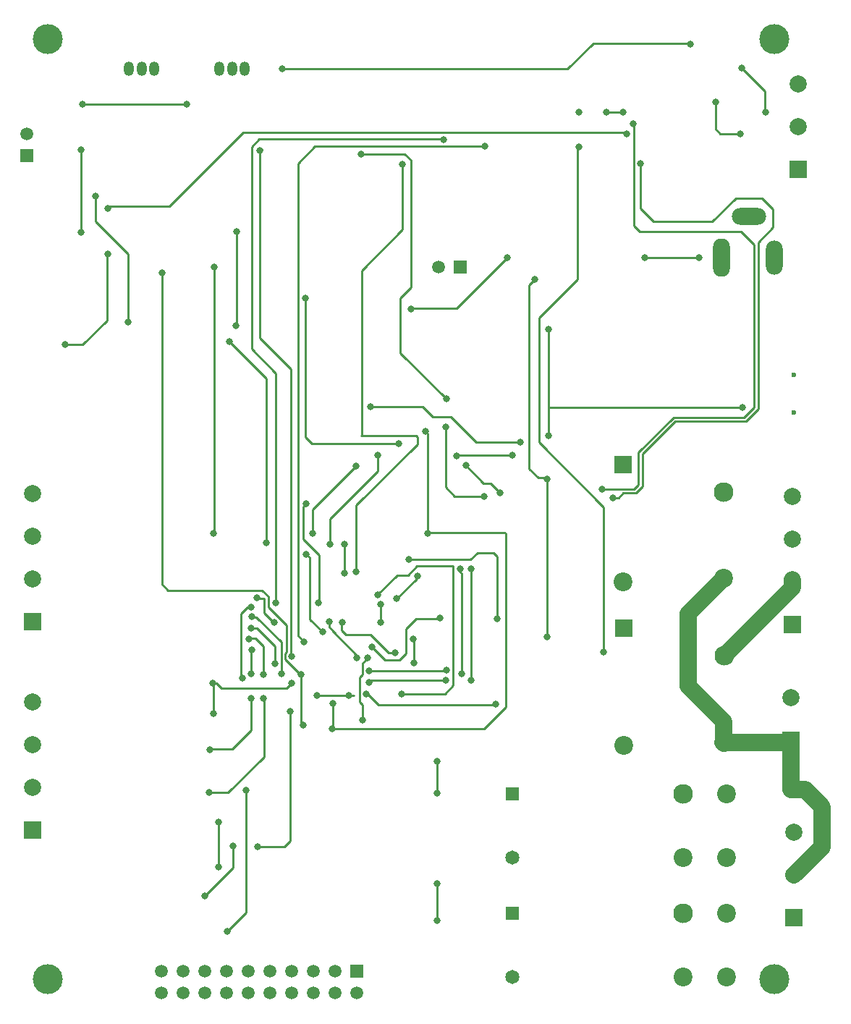
<source format=gbl>
%FSLAX44Y44*%
%MOMM*%
G71*
G01*
G75*
G04 Layer_Physical_Order=2*
G04 Layer_Color=16711680*
%ADD10R,1.4000X1.5000*%
%ADD11O,2.2000X0.6000*%
%ADD12R,1.6000X1.5000*%
%ADD13R,3.3000X1.4000*%
%ADD14R,1.1000X1.5000*%
%ADD15R,1.6000X0.6000*%
%ADD16R,2.3000X2.3000*%
%ADD17R,1.5000X1.4000*%
%ADD18R,1.5000X1.6000*%
%ADD19R,2.5000X2.0000*%
%ADD20R,2.3000X0.5000*%
%ADD21R,1.8000X1.6000*%
%ADD22R,2.4000X3.3000*%
%ADD23R,2.4000X1.0000*%
%ADD24R,1.9000X3.4000*%
%ADD25R,0.6000X1.5000*%
%ADD26O,0.2500X1.5500*%
%ADD27O,1.5500X0.2500*%
%ADD28R,1.5000X0.7000*%
%ADD29R,1.3000X4.5000*%
%ADD30R,2.5000X1.8000*%
%ADD31R,2.3000X2.3000*%
%ADD32R,1.7000X1.1000*%
%ADD33C,0.2540*%
%ADD34C,2.0000*%
%ADD35C,2.3000*%
%ADD36C,1.6500*%
%ADD37C,2.2000*%
%ADD38R,1.6500X1.6500*%
%ADD39R,2.0000X2.0000*%
%ADD40C,0.6000*%
%ADD41O,4.0000X2.0000*%
%ADD42O,2.0000X4.0000*%
%ADD43O,2.0000X4.5000*%
%ADD44C,1.5000*%
%ADD45R,1.5000X1.5000*%
%ADD46O,1.2000X1.7000*%
%ADD47R,1.5000X1.5000*%
%ADD48C,2.0000*%
%ADD49C,3.5000*%
%ADD50C,0.8000*%
D33*
X944118Y996950D02*
Y1068754D01*
X692912Y1462532D02*
Y1491742D01*
Y1462532D02*
X731520Y1423924D01*
Y1344930D02*
Y1423924D01*
X849630Y1321816D02*
Y1322070D01*
Y1321816D02*
X892810Y1278636D01*
Y1086104D02*
Y1278636D01*
X944118Y1068754D02*
X944284Y1068920D01*
X944118Y996950D02*
X959104Y981964D01*
X966978Y987552D02*
X970026Y984504D01*
X966978Y987552D02*
Y993902D01*
X987806Y978916D02*
X1014984D01*
X1126490Y1177036D02*
X1147318Y1156208D01*
X946912Y1097788D02*
Y1125220D01*
X947420Y1125474D02*
X998220Y1176274D01*
X936244Y1128014D02*
X940054Y1131824D01*
X936244Y1090676D02*
Y1128014D01*
Y1090676D02*
X954532Y1072388D01*
Y1017016D02*
Y1072388D01*
X1036320Y957326D02*
X1041146D01*
X1025144Y968502D02*
X1036320Y957326D01*
X1014984Y978916D02*
X1025144Y968756D01*
X1004062Y1540764D02*
X1004570Y1541272D01*
X1049782Y1372870D02*
X1062228Y1385316D01*
X1049782Y1308608D02*
Y1372870D01*
Y1308608D02*
X1103630Y1254760D01*
X1102868Y1151382D02*
Y1221486D01*
Y1151382D02*
X1113282Y1140968D01*
X1147572D01*
X1108710Y1233678D02*
X1138428Y1203960D01*
X1088136Y1233678D02*
X1108710D01*
X1076198Y1245616D02*
X1088136Y1233678D01*
X1014984Y1245616D02*
X1076198D01*
X1138428Y1203960D02*
X1190498D01*
X1096010Y997712D02*
X1096264Y997966D01*
X1004570Y1211326D02*
X1068578D01*
X1004062D02*
X1004570D01*
X997966Y1130046D02*
X1069848Y1201928D01*
X1068578Y1211326D02*
X1069848Y1210056D01*
Y1201928D02*
Y1210056D01*
X1310894Y1590548D02*
X1311148Y1590294D01*
X1288034Y958850D02*
Y1128268D01*
X1257300Y1547876D02*
X1258824Y1549400D01*
X1212596Y1203706D02*
X1288034Y1128268D01*
X1160272Y896874D02*
X1161288Y897890D01*
X1024636Y896874D02*
X1160272D01*
X1011174Y910336D02*
X1024636Y896874D01*
X1005586Y878840D02*
Y896620D01*
X1002030Y900176D02*
X1005586Y896620D01*
X1298702Y1138936D02*
X1305052D01*
X1155192Y1156208D02*
X1166368Y1145032D01*
X1132840Y925830D02*
Y1056132D01*
X1103376Y937006D02*
X1103630D01*
X1102868Y937514D02*
X1103376Y937006D01*
X1102106Y936752D02*
X1102868Y937514D01*
X904240Y1015746D02*
Y1284478D01*
X875792Y1312926D02*
X904240Y1284478D01*
X1100328Y1558544D02*
X1100836Y1558036D01*
X1163320Y998728D02*
Y1070356D01*
X1158748Y1074928D02*
X1163320Y1070356D01*
X1140206Y1074928D02*
X1158748D01*
X1131824Y1066546D02*
X1140206Y1074928D01*
X1059942Y1066546D02*
X1131824D01*
X984758Y1050544D02*
Y1084326D01*
X967486Y1084834D02*
Y1114044D01*
X1023620Y1170178D01*
Y1188720D01*
X1117600Y1188466D02*
X1181354D01*
X1081786Y1098296D02*
X1172210D01*
X1081786D02*
Y1214120D01*
Y1097026D02*
Y1098296D01*
X1172210D02*
X1173734Y1096772D01*
X770878Y1037856D02*
X778002Y1030732D01*
X770878Y1037856D02*
Y1402600D01*
X970682Y869950D02*
Y898758D01*
X831088Y921512D02*
Y922020D01*
X921258Y737616D02*
Y889254D01*
X914654Y731012D02*
X921258Y737616D01*
X883158Y731012D02*
X914654D01*
X853948Y706161D02*
Y731520D01*
X821162Y673374D02*
X853948Y706161D01*
X885444Y1325880D02*
Y1544320D01*
Y1325880D02*
X921766Y1289558D01*
Y952754D02*
Y1289558D01*
X863854Y1003808D02*
X870712Y1010666D01*
X875284D02*
Y1011428D01*
X869188Y653796D02*
Y797052D01*
X847090Y631698D02*
X869188Y653796D01*
X853186Y845058D02*
X875538Y867410D01*
X890524Y835914D02*
Y903478D01*
X827278Y845058D02*
X853186D01*
X826732Y844512D02*
X827278Y845058D01*
X890016Y932688D02*
Y965200D01*
X880364Y974852D02*
X890016Y965200D01*
X837184Y759714D02*
X837438Y759460D01*
Y707390D02*
Y759460D01*
X876046Y974852D02*
X880364D01*
X890016Y903986D02*
X890524Y903478D01*
X875538Y962152D02*
X876046Y962660D01*
X875538Y867410D02*
Y904240D01*
X1336040Y1420368D02*
X1399286D01*
X1223008Y1245110D02*
X1450088D01*
X1223008D02*
Y1336550D01*
X1092776Y644076D02*
Y687900D01*
X1092708Y793496D02*
Y831088D01*
Y793496D02*
X1092962Y793750D01*
X875792Y986536D02*
X881888D01*
X903478Y964946D01*
X1245616Y1640586D02*
X1275842Y1670812D01*
X1389380Y1669796D02*
Y1670812D01*
X677672Y1599344D02*
X799498D01*
X799592Y1599438D01*
X1418590Y1570482D02*
Y1602232D01*
Y1570482D02*
X1423924Y1565148D01*
X1447546D01*
X1448054Y1564640D01*
X676656Y1449578D02*
Y1546098D01*
X678434Y1318006D02*
X706882Y1346454D01*
Y1423924D01*
X707390Y1424432D01*
X657606Y1318006D02*
X678434D01*
X707390Y1477518D02*
X709676Y1479804D01*
X1063244Y1360932D02*
X1115822D01*
X1062228Y1359916D02*
X1063244Y1360932D01*
X1115822D02*
X1175004Y1420114D01*
X1221486Y976122D02*
Y1160526D01*
X1221994Y1161034D01*
X1200658Y1387602D02*
X1207262Y1394206D01*
X858012Y1340358D02*
Y1450848D01*
X857758Y1340104D02*
X858012Y1340358D01*
X831596Y1097534D02*
X832358Y1098296D01*
X1223008Y1211836D02*
Y1245110D01*
Y1211836D02*
X1223518Y1211326D01*
X1065886Y945490D02*
Y973226D01*
X1065276Y973836D02*
X1065886Y973226D01*
X1069340Y1058926D02*
X1111250D01*
X1058926Y1048512D02*
X1069340Y1058926D01*
X1046226Y1048512D02*
X1058926D01*
X1023620Y1025906D02*
X1046226Y1048512D01*
X1023620Y1025398D02*
Y1025906D01*
X1079246Y1216660D02*
X1081786Y1214120D01*
X939038Y1210310D02*
X946658Y1202690D01*
X1047750D01*
X1048004Y1202436D01*
X939038Y1210310D02*
Y1372362D01*
X1147318Y1156208D02*
X1154938D01*
X1126490Y1176782D02*
Y1177036D01*
X885444Y1544320D02*
X885952Y1544828D01*
X887730Y1546606D01*
X933450Y875538D02*
X935990Y872998D01*
X933450Y875538D02*
Y932688D01*
X875538Y932942D02*
Y961136D01*
Y962152D01*
X848576Y793966D02*
X890524Y835914D01*
X826300Y793966D02*
X848576D01*
X903478Y945134D02*
Y964946D01*
X863854Y927862D02*
Y1003808D01*
X870712Y1010666D02*
X875284D01*
X832358Y1098296D02*
Y1408938D01*
X1275842Y1670812D02*
X1389380D01*
X870712Y1010666D02*
X875284D01*
X863854Y927862D02*
Y1003808D01*
X875792Y999236D02*
X881634D01*
X875538Y932942D02*
Y962152D01*
X885444Y1544320D02*
X887730Y1546606D01*
X709676Y1479804D02*
X779272D01*
X865632Y1566164D01*
X1314704D01*
X1328174Y1191975D02*
X1369369Y1233170D01*
X1328174Y1188214D02*
Y1191975D01*
X1286002Y1149096D02*
X1323141D01*
X1305052Y1138936D02*
X1310672Y1144556D01*
X1325728D02*
X1333214Y1152041D01*
X1310672Y1144556D02*
X1325728D01*
X1333214Y1190595D02*
X1371249Y1228630D01*
X1333214Y1152041D02*
Y1190595D01*
X1448808Y1450348D02*
X1463556Y1435600D01*
X1329944Y1450594D02*
X1448308D01*
X1323340Y1457198D02*
X1329944Y1450594D01*
X1323340Y1457198D02*
Y1575562D01*
X1330706Y1527556D02*
X1330960Y1527302D01*
Y1477518D02*
X1346454Y1462024D01*
X1330960Y1477518D02*
Y1527302D01*
X1468596Y1438116D02*
X1486154Y1455674D01*
Y1476502D01*
X1472946Y1489710D02*
X1486154Y1476502D01*
X1346454Y1462024D02*
X1414526D01*
X1442212Y1489710D01*
X1472946D01*
X1212596Y1350010D02*
X1257300Y1394714D01*
Y1547876D01*
X1211072Y1162304D02*
X1222248D01*
X1200658Y1172718D02*
X1211072Y1162304D01*
X1200658Y1172718D02*
Y1387602D01*
X1212596Y1203706D02*
Y1350010D01*
X1101852Y909828D02*
X1111250Y919226D01*
Y1058926D01*
X1119632Y1056132D02*
X1121664D01*
X1121918Y930910D02*
Y1050290D01*
X1118870Y1053338D02*
X1121918Y1050290D01*
X1118870Y1053338D02*
X1121664Y1056132D01*
X1045718Y1021334D02*
X1068832Y1044448D01*
Y1045464D01*
X1069340Y1045972D01*
Y1046480D01*
X1051052Y909828D02*
X1101852D01*
X1026668Y992632D02*
Y1014476D01*
Y992632D02*
X1027684Y993648D01*
X1027938D01*
X1056132Y985520D02*
X1068324Y997712D01*
X1096010D01*
X1056132Y956564D02*
Y985520D01*
X1049020Y949452D02*
X1056132Y956564D01*
X1002030Y928624D02*
X1005586Y932180D01*
Y945388D01*
X1010920Y950722D01*
Y951230D01*
X1015912Y925742D02*
X1103034D01*
X1016762Y964438D02*
X1031748Y949452D01*
X1049020D01*
X1014222Y936752D02*
X1102106D01*
X1002030Y900176D02*
Y928624D01*
X995168Y907542D02*
X995170Y907540D01*
X989838Y907542D02*
X995168D01*
X1290828Y1590294D02*
X1311148D01*
X981456Y983996D02*
Y991870D01*
Y983996D02*
X986536Y978916D01*
X987044D01*
X881634Y999236D02*
X910590Y970280D01*
X916940Y958209D02*
Y990092D01*
X921766Y952754D02*
X922528Y953516D01*
X910590Y933196D02*
X910748Y933354D01*
Y948145D01*
X890778Y1004062D02*
Y1021588D01*
X883158D02*
X890778D01*
X895604Y1011428D02*
X916940Y990092D01*
X895604Y1011428D02*
Y1023366D01*
X888238Y1030732D02*
X895604Y1023366D01*
X778002Y1030732D02*
X888238D01*
X910590Y948303D02*
X910748Y948145D01*
X910590Y948303D02*
Y970280D01*
X915258Y950056D02*
Y956527D01*
X916940Y958209D01*
X915258Y950056D02*
X920750Y944564D01*
X921004Y944372D02*
X932688Y932688D01*
X933450D01*
X930148Y977646D02*
X937514Y970280D01*
X940562Y1072642D02*
X944284Y1068920D01*
X940054Y1072642D02*
X940562D01*
X840740Y916266D02*
X915670D01*
Y916432D01*
Y916266D02*
X916520D01*
X922528Y922274D01*
X831088Y886968D02*
Y921512D01*
X834478Y922528D02*
X840740Y916266D01*
X832104Y922528D02*
X834478D01*
X830072D02*
X831088Y921512D01*
X997966Y1052576D02*
Y1130046D01*
X970280Y984379D02*
X1000087Y953093D01*
X952502Y907540D02*
X995170D01*
X890778Y1004062D02*
X901954Y992886D01*
X902462Y993394D01*
Y993648D01*
X884428Y1558544D02*
X1100328D01*
X875792Y1549908D02*
X884428Y1558544D01*
X875792Y1312926D02*
Y1549908D01*
X1004570Y1211326D02*
Y1405128D01*
X1052322Y1452880D01*
Y1528572D01*
X950214Y1550416D02*
X1148842D01*
X930148Y1530350D02*
X950214Y1550416D01*
X930148Y977646D02*
Y1530350D01*
X1062228Y1385316D02*
Y1533906D01*
X1054862Y1541272D02*
X1062228Y1533906D01*
X1004570Y1541272D02*
X1054862D01*
X911606Y1640586D02*
X1245616D01*
X1449578Y1641602D02*
X1476756Y1614424D01*
Y1590294D02*
Y1614424D01*
X1369369Y1233170D02*
X1452047D01*
X1463556Y1244678D01*
Y1435600D01*
X1371249Y1228630D02*
X1454182D01*
X1468596Y1243044D01*
Y1438116D01*
X1323141Y1149096D02*
X1328166Y1154121D01*
Y1188206D01*
X1328174Y1188214D01*
X970534Y868680D02*
X1148334D01*
X1173734Y894080D01*
Y1096772D01*
D34*
X1386840Y1003063D02*
X1428312Y1044535D01*
X1386840Y918464D02*
Y1003063D01*
Y918464D02*
X1427988Y877316D01*
Y852170D02*
Y852932D01*
X1427226D02*
X1427988D01*
X1510670Y697555D02*
X1543304Y730189D01*
Y777494D01*
X1523492Y797306D02*
X1543304Y777494D01*
X1510792Y797306D02*
X1523492D01*
X1429232Y954534D02*
X1508506Y1033808D01*
Y1040454D01*
Y1043432D01*
X1427988Y852932D02*
Y853034D01*
Y852932D02*
X1429232D01*
X1427988Y853034D02*
Y877316D01*
X1429232Y852932D02*
X1507114D01*
Y797554D02*
Y852932D01*
X1427988D02*
Y877316D01*
Y852932D02*
X1507114D01*
X1508506Y1033808D02*
Y1043432D01*
D35*
X1381178Y792864D02*
D03*
Y653044D02*
D03*
X1428312Y1146035D02*
D03*
X1429232Y954534D02*
D03*
D36*
X1181178Y717865D02*
D03*
Y578044D02*
D03*
D37*
X1431178Y792864D02*
D03*
Y717865D02*
D03*
X1381178D02*
D03*
X1431178Y653044D02*
D03*
Y578044D02*
D03*
X1381178D02*
D03*
X1428312Y1044535D02*
D03*
X1310312Y1041035D02*
D03*
X1429232Y853034D02*
D03*
X1311232Y849534D02*
D03*
D38*
X1181178Y792864D02*
D03*
Y653044D02*
D03*
D39*
X1310312Y1178035D02*
D03*
X1311232Y986534D02*
D03*
X1508892Y990454D02*
D03*
X1510670Y647554D02*
D03*
X619892Y994264D02*
D03*
Y750424D02*
D03*
X1515767Y1523382D02*
D03*
X1507114Y855580D02*
D03*
D40*
X1510033Y1283110D02*
D03*
Y1239110D02*
D03*
D41*
X1457532Y1468368D02*
D03*
D42*
X1487532Y1420368D02*
D03*
D43*
X1425532D02*
D03*
D44*
X770362Y559416D02*
D03*
Y584816D02*
D03*
X795762Y559416D02*
D03*
Y584816D02*
D03*
X821162Y559416D02*
D03*
Y584816D02*
D03*
X846562Y559416D02*
D03*
Y584816D02*
D03*
X871962Y559416D02*
D03*
Y584816D02*
D03*
X897362Y559416D02*
D03*
Y584816D02*
D03*
X922762Y559416D02*
D03*
Y584816D02*
D03*
X948162Y559416D02*
D03*
Y584816D02*
D03*
X973562Y559416D02*
D03*
Y584816D02*
D03*
X998962Y559416D02*
D03*
X612728Y1565148D02*
D03*
X1094232Y1409192D02*
D03*
D45*
X998962Y584816D02*
D03*
X1119632Y1409192D02*
D03*
D46*
X867664Y1640586D02*
D03*
X852932D02*
D03*
X838200D02*
D03*
X732536Y1641094D02*
D03*
X747268D02*
D03*
X762000D02*
D03*
D47*
X612728Y1539748D02*
D03*
D48*
X1508892Y1140454D02*
D03*
Y1090454D02*
D03*
Y1040454D02*
D03*
X1510670Y797554D02*
D03*
Y747554D02*
D03*
Y697555D02*
D03*
X619892Y1144264D02*
D03*
Y1094265D02*
D03*
Y1044264D02*
D03*
Y900424D02*
D03*
Y850424D02*
D03*
Y800424D02*
D03*
X1515767Y1623382D02*
D03*
Y1573382D02*
D03*
X1507114Y905580D02*
D03*
D49*
X637532Y575664D02*
D03*
X1487532D02*
D03*
Y1675664D02*
D03*
X637532D02*
D03*
D50*
X692912Y1491742D02*
D03*
X731520Y1344930D02*
D03*
X849630Y1322070D02*
D03*
X892810Y1086104D02*
D03*
X959104Y981964D02*
D03*
X966978Y993902D02*
D03*
X998728Y951484D02*
D03*
X940054Y1131824D02*
D03*
X954278Y1016254D02*
D03*
X1004062Y1540764D02*
D03*
X1103630Y1254760D02*
D03*
X1102868Y1221486D02*
D03*
X1147572Y1140968D02*
D03*
X1096264Y997966D02*
D03*
X1016762Y964438D02*
D03*
X1043940Y957326D02*
D03*
X1052576Y1528826D02*
D03*
X1310894Y1590548D02*
D03*
X1290828Y1590294D02*
D03*
X1259078D02*
D03*
X1258824Y1549400D02*
D03*
X1288034Y958850D02*
D03*
X1161288Y897890D02*
D03*
X1330960Y1529842D02*
D03*
X1322070Y1576832D02*
D03*
X1314704Y1564894D02*
D03*
X1298702Y1138936D02*
D03*
X1132840Y1056132D02*
D03*
Y925830D02*
D03*
X1103122D02*
D03*
X1012952Y923036D02*
D03*
X1103630Y937006D02*
D03*
X1286002Y1149096D02*
D03*
X1121918Y932942D02*
D03*
X1013206Y936244D02*
D03*
X1148842Y1550416D02*
D03*
X937514Y970280D02*
D03*
X1100836Y1558036D02*
D03*
X1163574Y997458D02*
D03*
X1059942Y1066546D02*
D03*
X1023620Y1188720D02*
D03*
X1115568Y1187958D02*
D03*
X1181354Y1188466D02*
D03*
X952502Y907540D02*
D03*
X770878Y1402600D02*
D03*
X970682Y898758D02*
D03*
X970534Y868680D02*
D03*
X933450Y932688D02*
D03*
X935990Y872998D02*
D03*
X921258Y889254D02*
D03*
X883158Y731012D02*
D03*
X853948Y731520D02*
D03*
X821162Y673374D02*
D03*
X885190Y1545590D02*
D03*
X875792Y999744D02*
D03*
X882396Y1022350D02*
D03*
X875284Y1011428D02*
D03*
X864870Y927862D02*
D03*
X869188Y797052D02*
D03*
X847090Y631698D02*
D03*
X910590Y933196D02*
D03*
X837184Y759714D02*
D03*
X837438Y707390D02*
D03*
X875538Y986536D02*
D03*
X903478Y945134D02*
D03*
X872744Y973836D02*
D03*
X890016Y932688D02*
D03*
Y903986D02*
D03*
X826300Y793966D02*
D03*
X876046Y961136D02*
D03*
X875538Y932942D02*
D03*
Y904240D02*
D03*
X826732Y844512D02*
D03*
X831088Y886968D02*
D03*
X922528Y922528D02*
D03*
X830072D02*
D03*
X1399286Y1420368D02*
D03*
X1336040D02*
D03*
X1450088Y1245110D02*
D03*
X1223008Y1336550D02*
D03*
X1092776Y687900D02*
D03*
Y644076D02*
D03*
X1092708Y831088D02*
D03*
Y793496D02*
D03*
X911606Y1640586D02*
D03*
X1389380Y1669796D02*
D03*
X677672Y1599344D02*
D03*
X799592Y1599438D02*
D03*
X1449578Y1641602D02*
D03*
X1477010Y1590040D02*
D03*
X1418590Y1602232D02*
D03*
X1448054Y1564640D02*
D03*
X676656Y1546098D02*
D03*
Y1449578D02*
D03*
X657606Y1318006D02*
D03*
X707390Y1424432D02*
D03*
Y1477518D02*
D03*
X1175004Y1420114D02*
D03*
X1062228Y1359916D02*
D03*
X1221486Y976122D02*
D03*
X1221994Y1161034D02*
D03*
X1207262Y1394206D02*
D03*
X858012Y1450848D02*
D03*
X857758Y1340104D02*
D03*
X832358Y1408938D02*
D03*
X831596Y1097534D02*
D03*
X1190498Y1203960D02*
D03*
X1014984Y1245616D02*
D03*
X1026668Y1014476D02*
D03*
X1065886Y945490D02*
D03*
X1065276Y973836D02*
D03*
X981964Y993648D02*
D03*
X1005586Y878840D02*
D03*
X1011936Y951992D02*
D03*
X1023620Y1025398D02*
D03*
X1045718Y1021334D02*
D03*
X1081786Y1097026D02*
D03*
X1079246Y1216660D02*
D03*
X939038Y1372362D02*
D03*
X1048004Y1202436D02*
D03*
X1166368Y1145032D02*
D03*
X1126490Y1176782D02*
D03*
X998220Y1176274D02*
D03*
X946912Y1097788D02*
D03*
X1051052Y909320D02*
D03*
X1119632Y1055878D02*
D03*
X1069848Y1047242D02*
D03*
X1027176Y993648D02*
D03*
X1010158Y909828D02*
D03*
X989838Y907542D02*
D03*
X922528Y953516D02*
D03*
X940054Y1072642D02*
D03*
X1223518Y1211326D02*
D03*
X967486Y1084834D02*
D03*
X984758Y1084326D02*
D03*
X984504Y1050544D02*
D03*
X997966Y1052576D02*
D03*
X904240Y1015746D02*
D03*
X902462Y993648D02*
D03*
M02*

</source>
